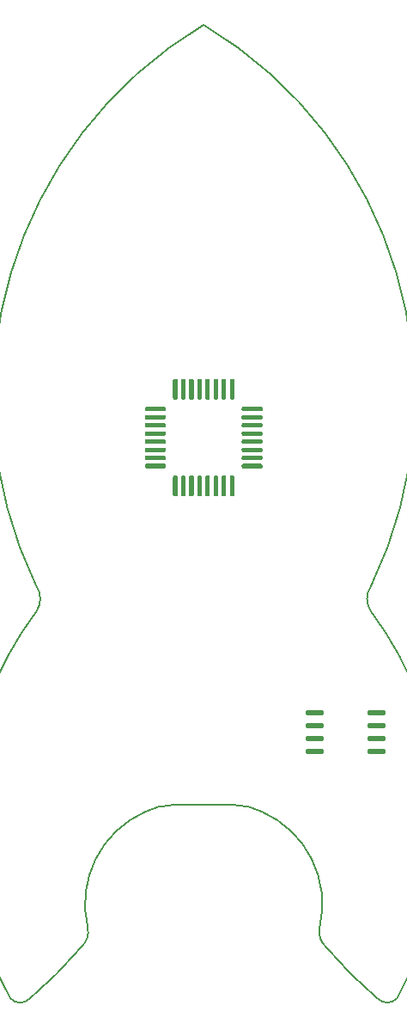
<source format=gbp>
%TF.GenerationSoftware,KiCad,Pcbnew,5.1.0*%
%TF.CreationDate,2019-05-24T21:58:45+02:00*%
%TF.ProjectId,c4-blinkenrocket,63342d62-6c69-46e6-9b65-6e726f636b65,rev?*%
%TF.SameCoordinates,PX5f5e100PY8f0d180*%
%TF.FileFunction,Paste,Bot*%
%TF.FilePolarity,Positive*%
%FSLAX46Y46*%
G04 Gerber Fmt 4.6, Leading zero omitted, Abs format (unit mm)*
G04 Created by KiCad (PCBNEW 5.1.0) date 2019-05-24 21:58:45*
%MOMM*%
%LPD*%
G04 APERTURE LIST*
%ADD10C,0.150000*%
%ADD11C,0.440000*%
%ADD12C,0.480000*%
G04 APERTURE END LIST*
D10*
X8493601Y41400284D02*
G75*
G02X8493600Y38860285I-1813748J-1269999D01*
G01*
X8493601Y38860285D02*
G75*
G03X5953600Y760285I28064427J-21005629D01*
G01*
X13573600Y7745285D02*
G75*
G02X19288600Y19175285I9668372J2309564D01*
G01*
X21828600Y19810285D02*
X28178600Y19810285D01*
X28178600Y19810285D02*
G75*
G02X30718600Y19175285I-162149J-6046100D01*
G01*
X25003600Y96645284D02*
G75*
G02X41513600Y41400285I-21889669J-36631251D01*
G01*
X41513600Y41400285D02*
G75*
G03X41513600Y38860285I1813748J-1270000D01*
G01*
X41513600Y38860284D02*
G75*
G02X44053600Y760285I-28064427J-21005628D01*
G01*
X44053599Y760285D02*
G75*
G02X42148600Y760285I-952499J922906D01*
G01*
X42148600Y760285D02*
G75*
G02X37068600Y5840285I27666882J32746882D01*
G01*
X37068600Y5840284D02*
G75*
G02X36433600Y7745285I1332279J1502427D01*
G01*
X36433601Y7745286D02*
G75*
G03X30718600Y19175285I-9668372J2309563D01*
G01*
X21828600Y19810285D02*
G75*
G03X19288600Y19175285I162150J-6046100D01*
G01*
X25003601Y96645286D02*
G75*
G03X8493600Y41400285I21889669J-36631253D01*
G01*
X5953601Y760285D02*
G75*
G03X7858600Y760285I952499J922906D01*
G01*
X12938600Y5840285D02*
G75*
G03X13573600Y7745285I-1332278J1502426D01*
G01*
X7858600Y760285D02*
G75*
G03X12938600Y5840285I-27666882J32746882D01*
G01*
G36*
X30675938Y53419364D02*
G01*
X30688752Y53417464D01*
X30701318Y53414316D01*
X30713514Y53409952D01*
X30725224Y53404414D01*
X30736335Y53397754D01*
X30746740Y53390037D01*
X30756338Y53381338D01*
X30765037Y53371740D01*
X30772754Y53361335D01*
X30779414Y53350224D01*
X30784952Y53338514D01*
X30789316Y53326318D01*
X30792464Y53313752D01*
X30794364Y53300938D01*
X30795000Y53288000D01*
X30795000Y53112000D01*
X30794364Y53099062D01*
X30792464Y53086248D01*
X30789316Y53073682D01*
X30784952Y53061486D01*
X30779414Y53049776D01*
X30772754Y53038665D01*
X30765037Y53028260D01*
X30756338Y53018662D01*
X30746740Y53009963D01*
X30736335Y53002246D01*
X30725224Y52995586D01*
X30713514Y52990048D01*
X30701318Y52985684D01*
X30688752Y52982536D01*
X30675938Y52980636D01*
X30663000Y52980000D01*
X28887000Y52980000D01*
X28874062Y52980636D01*
X28861248Y52982536D01*
X28848682Y52985684D01*
X28836486Y52990048D01*
X28824776Y52995586D01*
X28813665Y53002246D01*
X28803260Y53009963D01*
X28793662Y53018662D01*
X28784963Y53028260D01*
X28777246Y53038665D01*
X28770586Y53049776D01*
X28765048Y53061486D01*
X28760684Y53073682D01*
X28757536Y53086248D01*
X28755636Y53099062D01*
X28755000Y53112000D01*
X28755000Y53288000D01*
X28755636Y53300938D01*
X28757536Y53313752D01*
X28760684Y53326318D01*
X28765048Y53338514D01*
X28770586Y53350224D01*
X28777246Y53361335D01*
X28784963Y53371740D01*
X28793662Y53381338D01*
X28803260Y53390037D01*
X28813665Y53397754D01*
X28824776Y53404414D01*
X28836486Y53409952D01*
X28848682Y53414316D01*
X28861248Y53417464D01*
X28874062Y53419364D01*
X28887000Y53420000D01*
X30663000Y53420000D01*
X30675938Y53419364D01*
X30675938Y53419364D01*
G37*
D11*
X29775000Y53200000D03*
D10*
G36*
X21125938Y59019364D02*
G01*
X21138752Y59017464D01*
X21151318Y59014316D01*
X21163514Y59009952D01*
X21175224Y59004414D01*
X21186335Y58997754D01*
X21196740Y58990037D01*
X21206338Y58981338D01*
X21215037Y58971740D01*
X21222754Y58961335D01*
X21229414Y58950224D01*
X21234952Y58938514D01*
X21239316Y58926318D01*
X21242464Y58913752D01*
X21244364Y58900938D01*
X21245000Y58888000D01*
X21245000Y58712000D01*
X21244364Y58699062D01*
X21242464Y58686248D01*
X21239316Y58673682D01*
X21234952Y58661486D01*
X21229414Y58649776D01*
X21222754Y58638665D01*
X21215037Y58628260D01*
X21206338Y58618662D01*
X21196740Y58609963D01*
X21186335Y58602246D01*
X21175224Y58595586D01*
X21163514Y58590048D01*
X21151318Y58585684D01*
X21138752Y58582536D01*
X21125938Y58580636D01*
X21113000Y58580000D01*
X19337000Y58580000D01*
X19324062Y58580636D01*
X19311248Y58582536D01*
X19298682Y58585684D01*
X19286486Y58590048D01*
X19274776Y58595586D01*
X19263665Y58602246D01*
X19253260Y58609963D01*
X19243662Y58618662D01*
X19234963Y58628260D01*
X19227246Y58638665D01*
X19220586Y58649776D01*
X19215048Y58661486D01*
X19210684Y58673682D01*
X19207536Y58686248D01*
X19205636Y58699062D01*
X19205000Y58712000D01*
X19205000Y58888000D01*
X19205636Y58900938D01*
X19207536Y58913752D01*
X19210684Y58926318D01*
X19215048Y58938514D01*
X19220586Y58950224D01*
X19227246Y58961335D01*
X19234963Y58971740D01*
X19243662Y58981338D01*
X19253260Y58990037D01*
X19263665Y58997754D01*
X19274776Y59004414D01*
X19286486Y59009952D01*
X19298682Y59014316D01*
X19311248Y59017464D01*
X19324062Y59019364D01*
X19337000Y59020000D01*
X21113000Y59020000D01*
X21125938Y59019364D01*
X21125938Y59019364D01*
G37*
D11*
X20225000Y58800000D03*
D10*
G36*
X27900938Y61794364D02*
G01*
X27913752Y61792464D01*
X27926318Y61789316D01*
X27938514Y61784952D01*
X27950224Y61779414D01*
X27961335Y61772754D01*
X27971740Y61765037D01*
X27981338Y61756338D01*
X27990037Y61746740D01*
X27997754Y61736335D01*
X28004414Y61725224D01*
X28009952Y61713514D01*
X28014316Y61701318D01*
X28017464Y61688752D01*
X28019364Y61675938D01*
X28020000Y61663000D01*
X28020000Y59887000D01*
X28019364Y59874062D01*
X28017464Y59861248D01*
X28014316Y59848682D01*
X28009952Y59836486D01*
X28004414Y59824776D01*
X27997754Y59813665D01*
X27990037Y59803260D01*
X27981338Y59793662D01*
X27971740Y59784963D01*
X27961335Y59777246D01*
X27950224Y59770586D01*
X27938514Y59765048D01*
X27926318Y59760684D01*
X27913752Y59757536D01*
X27900938Y59755636D01*
X27888000Y59755000D01*
X27712000Y59755000D01*
X27699062Y59755636D01*
X27686248Y59757536D01*
X27673682Y59760684D01*
X27661486Y59765048D01*
X27649776Y59770586D01*
X27638665Y59777246D01*
X27628260Y59784963D01*
X27618662Y59793662D01*
X27609963Y59803260D01*
X27602246Y59813665D01*
X27595586Y59824776D01*
X27590048Y59836486D01*
X27585684Y59848682D01*
X27582536Y59861248D01*
X27580636Y59874062D01*
X27580000Y59887000D01*
X27580000Y61663000D01*
X27580636Y61675938D01*
X27582536Y61688752D01*
X27585684Y61701318D01*
X27590048Y61713514D01*
X27595586Y61725224D01*
X27602246Y61736335D01*
X27609963Y61746740D01*
X27618662Y61756338D01*
X27628260Y61765037D01*
X27638665Y61772754D01*
X27649776Y61779414D01*
X27661486Y61784952D01*
X27673682Y61789316D01*
X27686248Y61792464D01*
X27699062Y61794364D01*
X27712000Y61795000D01*
X27888000Y61795000D01*
X27900938Y61794364D01*
X27900938Y61794364D01*
G37*
D11*
X27800000Y60775000D03*
D10*
G36*
X22300938Y52244364D02*
G01*
X22313752Y52242464D01*
X22326318Y52239316D01*
X22338514Y52234952D01*
X22350224Y52229414D01*
X22361335Y52222754D01*
X22371740Y52215037D01*
X22381338Y52206338D01*
X22390037Y52196740D01*
X22397754Y52186335D01*
X22404414Y52175224D01*
X22409952Y52163514D01*
X22414316Y52151318D01*
X22417464Y52138752D01*
X22419364Y52125938D01*
X22420000Y52113000D01*
X22420000Y50337000D01*
X22419364Y50324062D01*
X22417464Y50311248D01*
X22414316Y50298682D01*
X22409952Y50286486D01*
X22404414Y50274776D01*
X22397754Y50263665D01*
X22390037Y50253260D01*
X22381338Y50243662D01*
X22371740Y50234963D01*
X22361335Y50227246D01*
X22350224Y50220586D01*
X22338514Y50215048D01*
X22326318Y50210684D01*
X22313752Y50207536D01*
X22300938Y50205636D01*
X22288000Y50205000D01*
X22112000Y50205000D01*
X22099062Y50205636D01*
X22086248Y50207536D01*
X22073682Y50210684D01*
X22061486Y50215048D01*
X22049776Y50220586D01*
X22038665Y50227246D01*
X22028260Y50234963D01*
X22018662Y50243662D01*
X22009963Y50253260D01*
X22002246Y50263665D01*
X21995586Y50274776D01*
X21990048Y50286486D01*
X21985684Y50298682D01*
X21982536Y50311248D01*
X21980636Y50324062D01*
X21980000Y50337000D01*
X21980000Y52113000D01*
X21980636Y52125938D01*
X21982536Y52138752D01*
X21985684Y52151318D01*
X21990048Y52163514D01*
X21995586Y52175224D01*
X22002246Y52186335D01*
X22009963Y52196740D01*
X22018662Y52206338D01*
X22028260Y52215037D01*
X22038665Y52222754D01*
X22049776Y52229414D01*
X22061486Y52234952D01*
X22073682Y52239316D01*
X22086248Y52242464D01*
X22099062Y52244364D01*
X22112000Y52245000D01*
X22288000Y52245000D01*
X22300938Y52244364D01*
X22300938Y52244364D01*
G37*
D11*
X22200000Y51225000D03*
D10*
G36*
X30675938Y54219364D02*
G01*
X30688752Y54217464D01*
X30701318Y54214316D01*
X30713514Y54209952D01*
X30725224Y54204414D01*
X30736335Y54197754D01*
X30746740Y54190037D01*
X30756338Y54181338D01*
X30765037Y54171740D01*
X30772754Y54161335D01*
X30779414Y54150224D01*
X30784952Y54138514D01*
X30789316Y54126318D01*
X30792464Y54113752D01*
X30794364Y54100938D01*
X30795000Y54088000D01*
X30795000Y53912000D01*
X30794364Y53899062D01*
X30792464Y53886248D01*
X30789316Y53873682D01*
X30784952Y53861486D01*
X30779414Y53849776D01*
X30772754Y53838665D01*
X30765037Y53828260D01*
X30756338Y53818662D01*
X30746740Y53809963D01*
X30736335Y53802246D01*
X30725224Y53795586D01*
X30713514Y53790048D01*
X30701318Y53785684D01*
X30688752Y53782536D01*
X30675938Y53780636D01*
X30663000Y53780000D01*
X28887000Y53780000D01*
X28874062Y53780636D01*
X28861248Y53782536D01*
X28848682Y53785684D01*
X28836486Y53790048D01*
X28824776Y53795586D01*
X28813665Y53802246D01*
X28803260Y53809963D01*
X28793662Y53818662D01*
X28784963Y53828260D01*
X28777246Y53838665D01*
X28770586Y53849776D01*
X28765048Y53861486D01*
X28760684Y53873682D01*
X28757536Y53886248D01*
X28755636Y53899062D01*
X28755000Y53912000D01*
X28755000Y54088000D01*
X28755636Y54100938D01*
X28757536Y54113752D01*
X28760684Y54126318D01*
X28765048Y54138514D01*
X28770586Y54150224D01*
X28777246Y54161335D01*
X28784963Y54171740D01*
X28793662Y54181338D01*
X28803260Y54190037D01*
X28813665Y54197754D01*
X28824776Y54204414D01*
X28836486Y54209952D01*
X28848682Y54214316D01*
X28861248Y54217464D01*
X28874062Y54219364D01*
X28887000Y54220000D01*
X30663000Y54220000D01*
X30675938Y54219364D01*
X30675938Y54219364D01*
G37*
D11*
X29775000Y54000000D03*
D10*
G36*
X21125938Y58219364D02*
G01*
X21138752Y58217464D01*
X21151318Y58214316D01*
X21163514Y58209952D01*
X21175224Y58204414D01*
X21186335Y58197754D01*
X21196740Y58190037D01*
X21206338Y58181338D01*
X21215037Y58171740D01*
X21222754Y58161335D01*
X21229414Y58150224D01*
X21234952Y58138514D01*
X21239316Y58126318D01*
X21242464Y58113752D01*
X21244364Y58100938D01*
X21245000Y58088000D01*
X21245000Y57912000D01*
X21244364Y57899062D01*
X21242464Y57886248D01*
X21239316Y57873682D01*
X21234952Y57861486D01*
X21229414Y57849776D01*
X21222754Y57838665D01*
X21215037Y57828260D01*
X21206338Y57818662D01*
X21196740Y57809963D01*
X21186335Y57802246D01*
X21175224Y57795586D01*
X21163514Y57790048D01*
X21151318Y57785684D01*
X21138752Y57782536D01*
X21125938Y57780636D01*
X21113000Y57780000D01*
X19337000Y57780000D01*
X19324062Y57780636D01*
X19311248Y57782536D01*
X19298682Y57785684D01*
X19286486Y57790048D01*
X19274776Y57795586D01*
X19263665Y57802246D01*
X19253260Y57809963D01*
X19243662Y57818662D01*
X19234963Y57828260D01*
X19227246Y57838665D01*
X19220586Y57849776D01*
X19215048Y57861486D01*
X19210684Y57873682D01*
X19207536Y57886248D01*
X19205636Y57899062D01*
X19205000Y57912000D01*
X19205000Y58088000D01*
X19205636Y58100938D01*
X19207536Y58113752D01*
X19210684Y58126318D01*
X19215048Y58138514D01*
X19220586Y58150224D01*
X19227246Y58161335D01*
X19234963Y58171740D01*
X19243662Y58181338D01*
X19253260Y58190037D01*
X19263665Y58197754D01*
X19274776Y58204414D01*
X19286486Y58209952D01*
X19298682Y58214316D01*
X19311248Y58217464D01*
X19324062Y58219364D01*
X19337000Y58220000D01*
X21113000Y58220000D01*
X21125938Y58219364D01*
X21125938Y58219364D01*
G37*
D11*
X20225000Y58000000D03*
D10*
G36*
X27100938Y61794364D02*
G01*
X27113752Y61792464D01*
X27126318Y61789316D01*
X27138514Y61784952D01*
X27150224Y61779414D01*
X27161335Y61772754D01*
X27171740Y61765037D01*
X27181338Y61756338D01*
X27190037Y61746740D01*
X27197754Y61736335D01*
X27204414Y61725224D01*
X27209952Y61713514D01*
X27214316Y61701318D01*
X27217464Y61688752D01*
X27219364Y61675938D01*
X27220000Y61663000D01*
X27220000Y59887000D01*
X27219364Y59874062D01*
X27217464Y59861248D01*
X27214316Y59848682D01*
X27209952Y59836486D01*
X27204414Y59824776D01*
X27197754Y59813665D01*
X27190037Y59803260D01*
X27181338Y59793662D01*
X27171740Y59784963D01*
X27161335Y59777246D01*
X27150224Y59770586D01*
X27138514Y59765048D01*
X27126318Y59760684D01*
X27113752Y59757536D01*
X27100938Y59755636D01*
X27088000Y59755000D01*
X26912000Y59755000D01*
X26899062Y59755636D01*
X26886248Y59757536D01*
X26873682Y59760684D01*
X26861486Y59765048D01*
X26849776Y59770586D01*
X26838665Y59777246D01*
X26828260Y59784963D01*
X26818662Y59793662D01*
X26809963Y59803260D01*
X26802246Y59813665D01*
X26795586Y59824776D01*
X26790048Y59836486D01*
X26785684Y59848682D01*
X26782536Y59861248D01*
X26780636Y59874062D01*
X26780000Y59887000D01*
X26780000Y61663000D01*
X26780636Y61675938D01*
X26782536Y61688752D01*
X26785684Y61701318D01*
X26790048Y61713514D01*
X26795586Y61725224D01*
X26802246Y61736335D01*
X26809963Y61746740D01*
X26818662Y61756338D01*
X26828260Y61765037D01*
X26838665Y61772754D01*
X26849776Y61779414D01*
X26861486Y61784952D01*
X26873682Y61789316D01*
X26886248Y61792464D01*
X26899062Y61794364D01*
X26912000Y61795000D01*
X27088000Y61795000D01*
X27100938Y61794364D01*
X27100938Y61794364D01*
G37*
D11*
X27000000Y60775000D03*
D10*
G36*
X23100938Y52244364D02*
G01*
X23113752Y52242464D01*
X23126318Y52239316D01*
X23138514Y52234952D01*
X23150224Y52229414D01*
X23161335Y52222754D01*
X23171740Y52215037D01*
X23181338Y52206338D01*
X23190037Y52196740D01*
X23197754Y52186335D01*
X23204414Y52175224D01*
X23209952Y52163514D01*
X23214316Y52151318D01*
X23217464Y52138752D01*
X23219364Y52125938D01*
X23220000Y52113000D01*
X23220000Y50337000D01*
X23219364Y50324062D01*
X23217464Y50311248D01*
X23214316Y50298682D01*
X23209952Y50286486D01*
X23204414Y50274776D01*
X23197754Y50263665D01*
X23190037Y50253260D01*
X23181338Y50243662D01*
X23171740Y50234963D01*
X23161335Y50227246D01*
X23150224Y50220586D01*
X23138514Y50215048D01*
X23126318Y50210684D01*
X23113752Y50207536D01*
X23100938Y50205636D01*
X23088000Y50205000D01*
X22912000Y50205000D01*
X22899062Y50205636D01*
X22886248Y50207536D01*
X22873682Y50210684D01*
X22861486Y50215048D01*
X22849776Y50220586D01*
X22838665Y50227246D01*
X22828260Y50234963D01*
X22818662Y50243662D01*
X22809963Y50253260D01*
X22802246Y50263665D01*
X22795586Y50274776D01*
X22790048Y50286486D01*
X22785684Y50298682D01*
X22782536Y50311248D01*
X22780636Y50324062D01*
X22780000Y50337000D01*
X22780000Y52113000D01*
X22780636Y52125938D01*
X22782536Y52138752D01*
X22785684Y52151318D01*
X22790048Y52163514D01*
X22795586Y52175224D01*
X22802246Y52186335D01*
X22809963Y52196740D01*
X22818662Y52206338D01*
X22828260Y52215037D01*
X22838665Y52222754D01*
X22849776Y52229414D01*
X22861486Y52234952D01*
X22873682Y52239316D01*
X22886248Y52242464D01*
X22899062Y52244364D01*
X22912000Y52245000D01*
X23088000Y52245000D01*
X23100938Y52244364D01*
X23100938Y52244364D01*
G37*
D11*
X23000000Y51225000D03*
D10*
G36*
X30675938Y55019364D02*
G01*
X30688752Y55017464D01*
X30701318Y55014316D01*
X30713514Y55009952D01*
X30725224Y55004414D01*
X30736335Y54997754D01*
X30746740Y54990037D01*
X30756338Y54981338D01*
X30765037Y54971740D01*
X30772754Y54961335D01*
X30779414Y54950224D01*
X30784952Y54938514D01*
X30789316Y54926318D01*
X30792464Y54913752D01*
X30794364Y54900938D01*
X30795000Y54888000D01*
X30795000Y54712000D01*
X30794364Y54699062D01*
X30792464Y54686248D01*
X30789316Y54673682D01*
X30784952Y54661486D01*
X30779414Y54649776D01*
X30772754Y54638665D01*
X30765037Y54628260D01*
X30756338Y54618662D01*
X30746740Y54609963D01*
X30736335Y54602246D01*
X30725224Y54595586D01*
X30713514Y54590048D01*
X30701318Y54585684D01*
X30688752Y54582536D01*
X30675938Y54580636D01*
X30663000Y54580000D01*
X28887000Y54580000D01*
X28874062Y54580636D01*
X28861248Y54582536D01*
X28848682Y54585684D01*
X28836486Y54590048D01*
X28824776Y54595586D01*
X28813665Y54602246D01*
X28803260Y54609963D01*
X28793662Y54618662D01*
X28784963Y54628260D01*
X28777246Y54638665D01*
X28770586Y54649776D01*
X28765048Y54661486D01*
X28760684Y54673682D01*
X28757536Y54686248D01*
X28755636Y54699062D01*
X28755000Y54712000D01*
X28755000Y54888000D01*
X28755636Y54900938D01*
X28757536Y54913752D01*
X28760684Y54926318D01*
X28765048Y54938514D01*
X28770586Y54950224D01*
X28777246Y54961335D01*
X28784963Y54971740D01*
X28793662Y54981338D01*
X28803260Y54990037D01*
X28813665Y54997754D01*
X28824776Y55004414D01*
X28836486Y55009952D01*
X28848682Y55014316D01*
X28861248Y55017464D01*
X28874062Y55019364D01*
X28887000Y55020000D01*
X30663000Y55020000D01*
X30675938Y55019364D01*
X30675938Y55019364D01*
G37*
D11*
X29775000Y54800000D03*
D10*
G36*
X21125938Y57419364D02*
G01*
X21138752Y57417464D01*
X21151318Y57414316D01*
X21163514Y57409952D01*
X21175224Y57404414D01*
X21186335Y57397754D01*
X21196740Y57390037D01*
X21206338Y57381338D01*
X21215037Y57371740D01*
X21222754Y57361335D01*
X21229414Y57350224D01*
X21234952Y57338514D01*
X21239316Y57326318D01*
X21242464Y57313752D01*
X21244364Y57300938D01*
X21245000Y57288000D01*
X21245000Y57112000D01*
X21244364Y57099062D01*
X21242464Y57086248D01*
X21239316Y57073682D01*
X21234952Y57061486D01*
X21229414Y57049776D01*
X21222754Y57038665D01*
X21215037Y57028260D01*
X21206338Y57018662D01*
X21196740Y57009963D01*
X21186335Y57002246D01*
X21175224Y56995586D01*
X21163514Y56990048D01*
X21151318Y56985684D01*
X21138752Y56982536D01*
X21125938Y56980636D01*
X21113000Y56980000D01*
X19337000Y56980000D01*
X19324062Y56980636D01*
X19311248Y56982536D01*
X19298682Y56985684D01*
X19286486Y56990048D01*
X19274776Y56995586D01*
X19263665Y57002246D01*
X19253260Y57009963D01*
X19243662Y57018662D01*
X19234963Y57028260D01*
X19227246Y57038665D01*
X19220586Y57049776D01*
X19215048Y57061486D01*
X19210684Y57073682D01*
X19207536Y57086248D01*
X19205636Y57099062D01*
X19205000Y57112000D01*
X19205000Y57288000D01*
X19205636Y57300938D01*
X19207536Y57313752D01*
X19210684Y57326318D01*
X19215048Y57338514D01*
X19220586Y57350224D01*
X19227246Y57361335D01*
X19234963Y57371740D01*
X19243662Y57381338D01*
X19253260Y57390037D01*
X19263665Y57397754D01*
X19274776Y57404414D01*
X19286486Y57409952D01*
X19298682Y57414316D01*
X19311248Y57417464D01*
X19324062Y57419364D01*
X19337000Y57420000D01*
X21113000Y57420000D01*
X21125938Y57419364D01*
X21125938Y57419364D01*
G37*
D11*
X20225000Y57200000D03*
D10*
G36*
X26300938Y61794364D02*
G01*
X26313752Y61792464D01*
X26326318Y61789316D01*
X26338514Y61784952D01*
X26350224Y61779414D01*
X26361335Y61772754D01*
X26371740Y61765037D01*
X26381338Y61756338D01*
X26390037Y61746740D01*
X26397754Y61736335D01*
X26404414Y61725224D01*
X26409952Y61713514D01*
X26414316Y61701318D01*
X26417464Y61688752D01*
X26419364Y61675938D01*
X26420000Y61663000D01*
X26420000Y59887000D01*
X26419364Y59874062D01*
X26417464Y59861248D01*
X26414316Y59848682D01*
X26409952Y59836486D01*
X26404414Y59824776D01*
X26397754Y59813665D01*
X26390037Y59803260D01*
X26381338Y59793662D01*
X26371740Y59784963D01*
X26361335Y59777246D01*
X26350224Y59770586D01*
X26338514Y59765048D01*
X26326318Y59760684D01*
X26313752Y59757536D01*
X26300938Y59755636D01*
X26288000Y59755000D01*
X26112000Y59755000D01*
X26099062Y59755636D01*
X26086248Y59757536D01*
X26073682Y59760684D01*
X26061486Y59765048D01*
X26049776Y59770586D01*
X26038665Y59777246D01*
X26028260Y59784963D01*
X26018662Y59793662D01*
X26009963Y59803260D01*
X26002246Y59813665D01*
X25995586Y59824776D01*
X25990048Y59836486D01*
X25985684Y59848682D01*
X25982536Y59861248D01*
X25980636Y59874062D01*
X25980000Y59887000D01*
X25980000Y61663000D01*
X25980636Y61675938D01*
X25982536Y61688752D01*
X25985684Y61701318D01*
X25990048Y61713514D01*
X25995586Y61725224D01*
X26002246Y61736335D01*
X26009963Y61746740D01*
X26018662Y61756338D01*
X26028260Y61765037D01*
X26038665Y61772754D01*
X26049776Y61779414D01*
X26061486Y61784952D01*
X26073682Y61789316D01*
X26086248Y61792464D01*
X26099062Y61794364D01*
X26112000Y61795000D01*
X26288000Y61795000D01*
X26300938Y61794364D01*
X26300938Y61794364D01*
G37*
D11*
X26200000Y60775000D03*
D10*
G36*
X23900938Y52244364D02*
G01*
X23913752Y52242464D01*
X23926318Y52239316D01*
X23938514Y52234952D01*
X23950224Y52229414D01*
X23961335Y52222754D01*
X23971740Y52215037D01*
X23981338Y52206338D01*
X23990037Y52196740D01*
X23997754Y52186335D01*
X24004414Y52175224D01*
X24009952Y52163514D01*
X24014316Y52151318D01*
X24017464Y52138752D01*
X24019364Y52125938D01*
X24020000Y52113000D01*
X24020000Y50337000D01*
X24019364Y50324062D01*
X24017464Y50311248D01*
X24014316Y50298682D01*
X24009952Y50286486D01*
X24004414Y50274776D01*
X23997754Y50263665D01*
X23990037Y50253260D01*
X23981338Y50243662D01*
X23971740Y50234963D01*
X23961335Y50227246D01*
X23950224Y50220586D01*
X23938514Y50215048D01*
X23926318Y50210684D01*
X23913752Y50207536D01*
X23900938Y50205636D01*
X23888000Y50205000D01*
X23712000Y50205000D01*
X23699062Y50205636D01*
X23686248Y50207536D01*
X23673682Y50210684D01*
X23661486Y50215048D01*
X23649776Y50220586D01*
X23638665Y50227246D01*
X23628260Y50234963D01*
X23618662Y50243662D01*
X23609963Y50253260D01*
X23602246Y50263665D01*
X23595586Y50274776D01*
X23590048Y50286486D01*
X23585684Y50298682D01*
X23582536Y50311248D01*
X23580636Y50324062D01*
X23580000Y50337000D01*
X23580000Y52113000D01*
X23580636Y52125938D01*
X23582536Y52138752D01*
X23585684Y52151318D01*
X23590048Y52163514D01*
X23595586Y52175224D01*
X23602246Y52186335D01*
X23609963Y52196740D01*
X23618662Y52206338D01*
X23628260Y52215037D01*
X23638665Y52222754D01*
X23649776Y52229414D01*
X23661486Y52234952D01*
X23673682Y52239316D01*
X23686248Y52242464D01*
X23699062Y52244364D01*
X23712000Y52245000D01*
X23888000Y52245000D01*
X23900938Y52244364D01*
X23900938Y52244364D01*
G37*
D11*
X23800000Y51225000D03*
D10*
G36*
X30675938Y55819364D02*
G01*
X30688752Y55817464D01*
X30701318Y55814316D01*
X30713514Y55809952D01*
X30725224Y55804414D01*
X30736335Y55797754D01*
X30746740Y55790037D01*
X30756338Y55781338D01*
X30765037Y55771740D01*
X30772754Y55761335D01*
X30779414Y55750224D01*
X30784952Y55738514D01*
X30789316Y55726318D01*
X30792464Y55713752D01*
X30794364Y55700938D01*
X30795000Y55688000D01*
X30795000Y55512000D01*
X30794364Y55499062D01*
X30792464Y55486248D01*
X30789316Y55473682D01*
X30784952Y55461486D01*
X30779414Y55449776D01*
X30772754Y55438665D01*
X30765037Y55428260D01*
X30756338Y55418662D01*
X30746740Y55409963D01*
X30736335Y55402246D01*
X30725224Y55395586D01*
X30713514Y55390048D01*
X30701318Y55385684D01*
X30688752Y55382536D01*
X30675938Y55380636D01*
X30663000Y55380000D01*
X28887000Y55380000D01*
X28874062Y55380636D01*
X28861248Y55382536D01*
X28848682Y55385684D01*
X28836486Y55390048D01*
X28824776Y55395586D01*
X28813665Y55402246D01*
X28803260Y55409963D01*
X28793662Y55418662D01*
X28784963Y55428260D01*
X28777246Y55438665D01*
X28770586Y55449776D01*
X28765048Y55461486D01*
X28760684Y55473682D01*
X28757536Y55486248D01*
X28755636Y55499062D01*
X28755000Y55512000D01*
X28755000Y55688000D01*
X28755636Y55700938D01*
X28757536Y55713752D01*
X28760684Y55726318D01*
X28765048Y55738514D01*
X28770586Y55750224D01*
X28777246Y55761335D01*
X28784963Y55771740D01*
X28793662Y55781338D01*
X28803260Y55790037D01*
X28813665Y55797754D01*
X28824776Y55804414D01*
X28836486Y55809952D01*
X28848682Y55814316D01*
X28861248Y55817464D01*
X28874062Y55819364D01*
X28887000Y55820000D01*
X30663000Y55820000D01*
X30675938Y55819364D01*
X30675938Y55819364D01*
G37*
D11*
X29775000Y55600000D03*
D10*
G36*
X21125938Y56619364D02*
G01*
X21138752Y56617464D01*
X21151318Y56614316D01*
X21163514Y56609952D01*
X21175224Y56604414D01*
X21186335Y56597754D01*
X21196740Y56590037D01*
X21206338Y56581338D01*
X21215037Y56571740D01*
X21222754Y56561335D01*
X21229414Y56550224D01*
X21234952Y56538514D01*
X21239316Y56526318D01*
X21242464Y56513752D01*
X21244364Y56500938D01*
X21245000Y56488000D01*
X21245000Y56312000D01*
X21244364Y56299062D01*
X21242464Y56286248D01*
X21239316Y56273682D01*
X21234952Y56261486D01*
X21229414Y56249776D01*
X21222754Y56238665D01*
X21215037Y56228260D01*
X21206338Y56218662D01*
X21196740Y56209963D01*
X21186335Y56202246D01*
X21175224Y56195586D01*
X21163514Y56190048D01*
X21151318Y56185684D01*
X21138752Y56182536D01*
X21125938Y56180636D01*
X21113000Y56180000D01*
X19337000Y56180000D01*
X19324062Y56180636D01*
X19311248Y56182536D01*
X19298682Y56185684D01*
X19286486Y56190048D01*
X19274776Y56195586D01*
X19263665Y56202246D01*
X19253260Y56209963D01*
X19243662Y56218662D01*
X19234963Y56228260D01*
X19227246Y56238665D01*
X19220586Y56249776D01*
X19215048Y56261486D01*
X19210684Y56273682D01*
X19207536Y56286248D01*
X19205636Y56299062D01*
X19205000Y56312000D01*
X19205000Y56488000D01*
X19205636Y56500938D01*
X19207536Y56513752D01*
X19210684Y56526318D01*
X19215048Y56538514D01*
X19220586Y56550224D01*
X19227246Y56561335D01*
X19234963Y56571740D01*
X19243662Y56581338D01*
X19253260Y56590037D01*
X19263665Y56597754D01*
X19274776Y56604414D01*
X19286486Y56609952D01*
X19298682Y56614316D01*
X19311248Y56617464D01*
X19324062Y56619364D01*
X19337000Y56620000D01*
X21113000Y56620000D01*
X21125938Y56619364D01*
X21125938Y56619364D01*
G37*
D11*
X20225000Y56400000D03*
D10*
G36*
X25500938Y61794364D02*
G01*
X25513752Y61792464D01*
X25526318Y61789316D01*
X25538514Y61784952D01*
X25550224Y61779414D01*
X25561335Y61772754D01*
X25571740Y61765037D01*
X25581338Y61756338D01*
X25590037Y61746740D01*
X25597754Y61736335D01*
X25604414Y61725224D01*
X25609952Y61713514D01*
X25614316Y61701318D01*
X25617464Y61688752D01*
X25619364Y61675938D01*
X25620000Y61663000D01*
X25620000Y59887000D01*
X25619364Y59874062D01*
X25617464Y59861248D01*
X25614316Y59848682D01*
X25609952Y59836486D01*
X25604414Y59824776D01*
X25597754Y59813665D01*
X25590037Y59803260D01*
X25581338Y59793662D01*
X25571740Y59784963D01*
X25561335Y59777246D01*
X25550224Y59770586D01*
X25538514Y59765048D01*
X25526318Y59760684D01*
X25513752Y59757536D01*
X25500938Y59755636D01*
X25488000Y59755000D01*
X25312000Y59755000D01*
X25299062Y59755636D01*
X25286248Y59757536D01*
X25273682Y59760684D01*
X25261486Y59765048D01*
X25249776Y59770586D01*
X25238665Y59777246D01*
X25228260Y59784963D01*
X25218662Y59793662D01*
X25209963Y59803260D01*
X25202246Y59813665D01*
X25195586Y59824776D01*
X25190048Y59836486D01*
X25185684Y59848682D01*
X25182536Y59861248D01*
X25180636Y59874062D01*
X25180000Y59887000D01*
X25180000Y61663000D01*
X25180636Y61675938D01*
X25182536Y61688752D01*
X25185684Y61701318D01*
X25190048Y61713514D01*
X25195586Y61725224D01*
X25202246Y61736335D01*
X25209963Y61746740D01*
X25218662Y61756338D01*
X25228260Y61765037D01*
X25238665Y61772754D01*
X25249776Y61779414D01*
X25261486Y61784952D01*
X25273682Y61789316D01*
X25286248Y61792464D01*
X25299062Y61794364D01*
X25312000Y61795000D01*
X25488000Y61795000D01*
X25500938Y61794364D01*
X25500938Y61794364D01*
G37*
D11*
X25400000Y60775000D03*
D10*
G36*
X24700938Y52244364D02*
G01*
X24713752Y52242464D01*
X24726318Y52239316D01*
X24738514Y52234952D01*
X24750224Y52229414D01*
X24761335Y52222754D01*
X24771740Y52215037D01*
X24781338Y52206338D01*
X24790037Y52196740D01*
X24797754Y52186335D01*
X24804414Y52175224D01*
X24809952Y52163514D01*
X24814316Y52151318D01*
X24817464Y52138752D01*
X24819364Y52125938D01*
X24820000Y52113000D01*
X24820000Y50337000D01*
X24819364Y50324062D01*
X24817464Y50311248D01*
X24814316Y50298682D01*
X24809952Y50286486D01*
X24804414Y50274776D01*
X24797754Y50263665D01*
X24790037Y50253260D01*
X24781338Y50243662D01*
X24771740Y50234963D01*
X24761335Y50227246D01*
X24750224Y50220586D01*
X24738514Y50215048D01*
X24726318Y50210684D01*
X24713752Y50207536D01*
X24700938Y50205636D01*
X24688000Y50205000D01*
X24512000Y50205000D01*
X24499062Y50205636D01*
X24486248Y50207536D01*
X24473682Y50210684D01*
X24461486Y50215048D01*
X24449776Y50220586D01*
X24438665Y50227246D01*
X24428260Y50234963D01*
X24418662Y50243662D01*
X24409963Y50253260D01*
X24402246Y50263665D01*
X24395586Y50274776D01*
X24390048Y50286486D01*
X24385684Y50298682D01*
X24382536Y50311248D01*
X24380636Y50324062D01*
X24380000Y50337000D01*
X24380000Y52113000D01*
X24380636Y52125938D01*
X24382536Y52138752D01*
X24385684Y52151318D01*
X24390048Y52163514D01*
X24395586Y52175224D01*
X24402246Y52186335D01*
X24409963Y52196740D01*
X24418662Y52206338D01*
X24428260Y52215037D01*
X24438665Y52222754D01*
X24449776Y52229414D01*
X24461486Y52234952D01*
X24473682Y52239316D01*
X24486248Y52242464D01*
X24499062Y52244364D01*
X24512000Y52245000D01*
X24688000Y52245000D01*
X24700938Y52244364D01*
X24700938Y52244364D01*
G37*
D11*
X24600000Y51225000D03*
D10*
G36*
X30675938Y56619364D02*
G01*
X30688752Y56617464D01*
X30701318Y56614316D01*
X30713514Y56609952D01*
X30725224Y56604414D01*
X30736335Y56597754D01*
X30746740Y56590037D01*
X30756338Y56581338D01*
X30765037Y56571740D01*
X30772754Y56561335D01*
X30779414Y56550224D01*
X30784952Y56538514D01*
X30789316Y56526318D01*
X30792464Y56513752D01*
X30794364Y56500938D01*
X30795000Y56488000D01*
X30795000Y56312000D01*
X30794364Y56299062D01*
X30792464Y56286248D01*
X30789316Y56273682D01*
X30784952Y56261486D01*
X30779414Y56249776D01*
X30772754Y56238665D01*
X30765037Y56228260D01*
X30756338Y56218662D01*
X30746740Y56209963D01*
X30736335Y56202246D01*
X30725224Y56195586D01*
X30713514Y56190048D01*
X30701318Y56185684D01*
X30688752Y56182536D01*
X30675938Y56180636D01*
X30663000Y56180000D01*
X28887000Y56180000D01*
X28874062Y56180636D01*
X28861248Y56182536D01*
X28848682Y56185684D01*
X28836486Y56190048D01*
X28824776Y56195586D01*
X28813665Y56202246D01*
X28803260Y56209963D01*
X28793662Y56218662D01*
X28784963Y56228260D01*
X28777246Y56238665D01*
X28770586Y56249776D01*
X28765048Y56261486D01*
X28760684Y56273682D01*
X28757536Y56286248D01*
X28755636Y56299062D01*
X28755000Y56312000D01*
X28755000Y56488000D01*
X28755636Y56500938D01*
X28757536Y56513752D01*
X28760684Y56526318D01*
X28765048Y56538514D01*
X28770586Y56550224D01*
X28777246Y56561335D01*
X28784963Y56571740D01*
X28793662Y56581338D01*
X28803260Y56590037D01*
X28813665Y56597754D01*
X28824776Y56604414D01*
X28836486Y56609952D01*
X28848682Y56614316D01*
X28861248Y56617464D01*
X28874062Y56619364D01*
X28887000Y56620000D01*
X30663000Y56620000D01*
X30675938Y56619364D01*
X30675938Y56619364D01*
G37*
D11*
X29775000Y56400000D03*
D10*
G36*
X21125938Y55819364D02*
G01*
X21138752Y55817464D01*
X21151318Y55814316D01*
X21163514Y55809952D01*
X21175224Y55804414D01*
X21186335Y55797754D01*
X21196740Y55790037D01*
X21206338Y55781338D01*
X21215037Y55771740D01*
X21222754Y55761335D01*
X21229414Y55750224D01*
X21234952Y55738514D01*
X21239316Y55726318D01*
X21242464Y55713752D01*
X21244364Y55700938D01*
X21245000Y55688000D01*
X21245000Y55512000D01*
X21244364Y55499062D01*
X21242464Y55486248D01*
X21239316Y55473682D01*
X21234952Y55461486D01*
X21229414Y55449776D01*
X21222754Y55438665D01*
X21215037Y55428260D01*
X21206338Y55418662D01*
X21196740Y55409963D01*
X21186335Y55402246D01*
X21175224Y55395586D01*
X21163514Y55390048D01*
X21151318Y55385684D01*
X21138752Y55382536D01*
X21125938Y55380636D01*
X21113000Y55380000D01*
X19337000Y55380000D01*
X19324062Y55380636D01*
X19311248Y55382536D01*
X19298682Y55385684D01*
X19286486Y55390048D01*
X19274776Y55395586D01*
X19263665Y55402246D01*
X19253260Y55409963D01*
X19243662Y55418662D01*
X19234963Y55428260D01*
X19227246Y55438665D01*
X19220586Y55449776D01*
X19215048Y55461486D01*
X19210684Y55473682D01*
X19207536Y55486248D01*
X19205636Y55499062D01*
X19205000Y55512000D01*
X19205000Y55688000D01*
X19205636Y55700938D01*
X19207536Y55713752D01*
X19210684Y55726318D01*
X19215048Y55738514D01*
X19220586Y55750224D01*
X19227246Y55761335D01*
X19234963Y55771740D01*
X19243662Y55781338D01*
X19253260Y55790037D01*
X19263665Y55797754D01*
X19274776Y55804414D01*
X19286486Y55809952D01*
X19298682Y55814316D01*
X19311248Y55817464D01*
X19324062Y55819364D01*
X19337000Y55820000D01*
X21113000Y55820000D01*
X21125938Y55819364D01*
X21125938Y55819364D01*
G37*
D11*
X20225000Y55600000D03*
D10*
G36*
X24700938Y61794364D02*
G01*
X24713752Y61792464D01*
X24726318Y61789316D01*
X24738514Y61784952D01*
X24750224Y61779414D01*
X24761335Y61772754D01*
X24771740Y61765037D01*
X24781338Y61756338D01*
X24790037Y61746740D01*
X24797754Y61736335D01*
X24804414Y61725224D01*
X24809952Y61713514D01*
X24814316Y61701318D01*
X24817464Y61688752D01*
X24819364Y61675938D01*
X24820000Y61663000D01*
X24820000Y59887000D01*
X24819364Y59874062D01*
X24817464Y59861248D01*
X24814316Y59848682D01*
X24809952Y59836486D01*
X24804414Y59824776D01*
X24797754Y59813665D01*
X24790037Y59803260D01*
X24781338Y59793662D01*
X24771740Y59784963D01*
X24761335Y59777246D01*
X24750224Y59770586D01*
X24738514Y59765048D01*
X24726318Y59760684D01*
X24713752Y59757536D01*
X24700938Y59755636D01*
X24688000Y59755000D01*
X24512000Y59755000D01*
X24499062Y59755636D01*
X24486248Y59757536D01*
X24473682Y59760684D01*
X24461486Y59765048D01*
X24449776Y59770586D01*
X24438665Y59777246D01*
X24428260Y59784963D01*
X24418662Y59793662D01*
X24409963Y59803260D01*
X24402246Y59813665D01*
X24395586Y59824776D01*
X24390048Y59836486D01*
X24385684Y59848682D01*
X24382536Y59861248D01*
X24380636Y59874062D01*
X24380000Y59887000D01*
X24380000Y61663000D01*
X24380636Y61675938D01*
X24382536Y61688752D01*
X24385684Y61701318D01*
X24390048Y61713514D01*
X24395586Y61725224D01*
X24402246Y61736335D01*
X24409963Y61746740D01*
X24418662Y61756338D01*
X24428260Y61765037D01*
X24438665Y61772754D01*
X24449776Y61779414D01*
X24461486Y61784952D01*
X24473682Y61789316D01*
X24486248Y61792464D01*
X24499062Y61794364D01*
X24512000Y61795000D01*
X24688000Y61795000D01*
X24700938Y61794364D01*
X24700938Y61794364D01*
G37*
D11*
X24600000Y60775000D03*
D10*
G36*
X25500938Y52244364D02*
G01*
X25513752Y52242464D01*
X25526318Y52239316D01*
X25538514Y52234952D01*
X25550224Y52229414D01*
X25561335Y52222754D01*
X25571740Y52215037D01*
X25581338Y52206338D01*
X25590037Y52196740D01*
X25597754Y52186335D01*
X25604414Y52175224D01*
X25609952Y52163514D01*
X25614316Y52151318D01*
X25617464Y52138752D01*
X25619364Y52125938D01*
X25620000Y52113000D01*
X25620000Y50337000D01*
X25619364Y50324062D01*
X25617464Y50311248D01*
X25614316Y50298682D01*
X25609952Y50286486D01*
X25604414Y50274776D01*
X25597754Y50263665D01*
X25590037Y50253260D01*
X25581338Y50243662D01*
X25571740Y50234963D01*
X25561335Y50227246D01*
X25550224Y50220586D01*
X25538514Y50215048D01*
X25526318Y50210684D01*
X25513752Y50207536D01*
X25500938Y50205636D01*
X25488000Y50205000D01*
X25312000Y50205000D01*
X25299062Y50205636D01*
X25286248Y50207536D01*
X25273682Y50210684D01*
X25261486Y50215048D01*
X25249776Y50220586D01*
X25238665Y50227246D01*
X25228260Y50234963D01*
X25218662Y50243662D01*
X25209963Y50253260D01*
X25202246Y50263665D01*
X25195586Y50274776D01*
X25190048Y50286486D01*
X25185684Y50298682D01*
X25182536Y50311248D01*
X25180636Y50324062D01*
X25180000Y50337000D01*
X25180000Y52113000D01*
X25180636Y52125938D01*
X25182536Y52138752D01*
X25185684Y52151318D01*
X25190048Y52163514D01*
X25195586Y52175224D01*
X25202246Y52186335D01*
X25209963Y52196740D01*
X25218662Y52206338D01*
X25228260Y52215037D01*
X25238665Y52222754D01*
X25249776Y52229414D01*
X25261486Y52234952D01*
X25273682Y52239316D01*
X25286248Y52242464D01*
X25299062Y52244364D01*
X25312000Y52245000D01*
X25488000Y52245000D01*
X25500938Y52244364D01*
X25500938Y52244364D01*
G37*
D11*
X25400000Y51225000D03*
D10*
G36*
X30675938Y57419364D02*
G01*
X30688752Y57417464D01*
X30701318Y57414316D01*
X30713514Y57409952D01*
X30725224Y57404414D01*
X30736335Y57397754D01*
X30746740Y57390037D01*
X30756338Y57381338D01*
X30765037Y57371740D01*
X30772754Y57361335D01*
X30779414Y57350224D01*
X30784952Y57338514D01*
X30789316Y57326318D01*
X30792464Y57313752D01*
X30794364Y57300938D01*
X30795000Y57288000D01*
X30795000Y57112000D01*
X30794364Y57099062D01*
X30792464Y57086248D01*
X30789316Y57073682D01*
X30784952Y57061486D01*
X30779414Y57049776D01*
X30772754Y57038665D01*
X30765037Y57028260D01*
X30756338Y57018662D01*
X30746740Y57009963D01*
X30736335Y57002246D01*
X30725224Y56995586D01*
X30713514Y56990048D01*
X30701318Y56985684D01*
X30688752Y56982536D01*
X30675938Y56980636D01*
X30663000Y56980000D01*
X28887000Y56980000D01*
X28874062Y56980636D01*
X28861248Y56982536D01*
X28848682Y56985684D01*
X28836486Y56990048D01*
X28824776Y56995586D01*
X28813665Y57002246D01*
X28803260Y57009963D01*
X28793662Y57018662D01*
X28784963Y57028260D01*
X28777246Y57038665D01*
X28770586Y57049776D01*
X28765048Y57061486D01*
X28760684Y57073682D01*
X28757536Y57086248D01*
X28755636Y57099062D01*
X28755000Y57112000D01*
X28755000Y57288000D01*
X28755636Y57300938D01*
X28757536Y57313752D01*
X28760684Y57326318D01*
X28765048Y57338514D01*
X28770586Y57350224D01*
X28777246Y57361335D01*
X28784963Y57371740D01*
X28793662Y57381338D01*
X28803260Y57390037D01*
X28813665Y57397754D01*
X28824776Y57404414D01*
X28836486Y57409952D01*
X28848682Y57414316D01*
X28861248Y57417464D01*
X28874062Y57419364D01*
X28887000Y57420000D01*
X30663000Y57420000D01*
X30675938Y57419364D01*
X30675938Y57419364D01*
G37*
D11*
X29775000Y57200000D03*
D10*
G36*
X21125938Y55019364D02*
G01*
X21138752Y55017464D01*
X21151318Y55014316D01*
X21163514Y55009952D01*
X21175224Y55004414D01*
X21186335Y54997754D01*
X21196740Y54990037D01*
X21206338Y54981338D01*
X21215037Y54971740D01*
X21222754Y54961335D01*
X21229414Y54950224D01*
X21234952Y54938514D01*
X21239316Y54926318D01*
X21242464Y54913752D01*
X21244364Y54900938D01*
X21245000Y54888000D01*
X21245000Y54712000D01*
X21244364Y54699062D01*
X21242464Y54686248D01*
X21239316Y54673682D01*
X21234952Y54661486D01*
X21229414Y54649776D01*
X21222754Y54638665D01*
X21215037Y54628260D01*
X21206338Y54618662D01*
X21196740Y54609963D01*
X21186335Y54602246D01*
X21175224Y54595586D01*
X21163514Y54590048D01*
X21151318Y54585684D01*
X21138752Y54582536D01*
X21125938Y54580636D01*
X21113000Y54580000D01*
X19337000Y54580000D01*
X19324062Y54580636D01*
X19311248Y54582536D01*
X19298682Y54585684D01*
X19286486Y54590048D01*
X19274776Y54595586D01*
X19263665Y54602246D01*
X19253260Y54609963D01*
X19243662Y54618662D01*
X19234963Y54628260D01*
X19227246Y54638665D01*
X19220586Y54649776D01*
X19215048Y54661486D01*
X19210684Y54673682D01*
X19207536Y54686248D01*
X19205636Y54699062D01*
X19205000Y54712000D01*
X19205000Y54888000D01*
X19205636Y54900938D01*
X19207536Y54913752D01*
X19210684Y54926318D01*
X19215048Y54938514D01*
X19220586Y54950224D01*
X19227246Y54961335D01*
X19234963Y54971740D01*
X19243662Y54981338D01*
X19253260Y54990037D01*
X19263665Y54997754D01*
X19274776Y55004414D01*
X19286486Y55009952D01*
X19298682Y55014316D01*
X19311248Y55017464D01*
X19324062Y55019364D01*
X19337000Y55020000D01*
X21113000Y55020000D01*
X21125938Y55019364D01*
X21125938Y55019364D01*
G37*
D11*
X20225000Y54800000D03*
D10*
G36*
X23900938Y61794364D02*
G01*
X23913752Y61792464D01*
X23926318Y61789316D01*
X23938514Y61784952D01*
X23950224Y61779414D01*
X23961335Y61772754D01*
X23971740Y61765037D01*
X23981338Y61756338D01*
X23990037Y61746740D01*
X23997754Y61736335D01*
X24004414Y61725224D01*
X24009952Y61713514D01*
X24014316Y61701318D01*
X24017464Y61688752D01*
X24019364Y61675938D01*
X24020000Y61663000D01*
X24020000Y59887000D01*
X24019364Y59874062D01*
X24017464Y59861248D01*
X24014316Y59848682D01*
X24009952Y59836486D01*
X24004414Y59824776D01*
X23997754Y59813665D01*
X23990037Y59803260D01*
X23981338Y59793662D01*
X23971740Y59784963D01*
X23961335Y59777246D01*
X23950224Y59770586D01*
X23938514Y59765048D01*
X23926318Y59760684D01*
X23913752Y59757536D01*
X23900938Y59755636D01*
X23888000Y59755000D01*
X23712000Y59755000D01*
X23699062Y59755636D01*
X23686248Y59757536D01*
X23673682Y59760684D01*
X23661486Y59765048D01*
X23649776Y59770586D01*
X23638665Y59777246D01*
X23628260Y59784963D01*
X23618662Y59793662D01*
X23609963Y59803260D01*
X23602246Y59813665D01*
X23595586Y59824776D01*
X23590048Y59836486D01*
X23585684Y59848682D01*
X23582536Y59861248D01*
X23580636Y59874062D01*
X23580000Y59887000D01*
X23580000Y61663000D01*
X23580636Y61675938D01*
X23582536Y61688752D01*
X23585684Y61701318D01*
X23590048Y61713514D01*
X23595586Y61725224D01*
X23602246Y61736335D01*
X23609963Y61746740D01*
X23618662Y61756338D01*
X23628260Y61765037D01*
X23638665Y61772754D01*
X23649776Y61779414D01*
X23661486Y61784952D01*
X23673682Y61789316D01*
X23686248Y61792464D01*
X23699062Y61794364D01*
X23712000Y61795000D01*
X23888000Y61795000D01*
X23900938Y61794364D01*
X23900938Y61794364D01*
G37*
D11*
X23800000Y60775000D03*
D10*
G36*
X26300938Y52244364D02*
G01*
X26313752Y52242464D01*
X26326318Y52239316D01*
X26338514Y52234952D01*
X26350224Y52229414D01*
X26361335Y52222754D01*
X26371740Y52215037D01*
X26381338Y52206338D01*
X26390037Y52196740D01*
X26397754Y52186335D01*
X26404414Y52175224D01*
X26409952Y52163514D01*
X26414316Y52151318D01*
X26417464Y52138752D01*
X26419364Y52125938D01*
X26420000Y52113000D01*
X26420000Y50337000D01*
X26419364Y50324062D01*
X26417464Y50311248D01*
X26414316Y50298682D01*
X26409952Y50286486D01*
X26404414Y50274776D01*
X26397754Y50263665D01*
X26390037Y50253260D01*
X26381338Y50243662D01*
X26371740Y50234963D01*
X26361335Y50227246D01*
X26350224Y50220586D01*
X26338514Y50215048D01*
X26326318Y50210684D01*
X26313752Y50207536D01*
X26300938Y50205636D01*
X26288000Y50205000D01*
X26112000Y50205000D01*
X26099062Y50205636D01*
X26086248Y50207536D01*
X26073682Y50210684D01*
X26061486Y50215048D01*
X26049776Y50220586D01*
X26038665Y50227246D01*
X26028260Y50234963D01*
X26018662Y50243662D01*
X26009963Y50253260D01*
X26002246Y50263665D01*
X25995586Y50274776D01*
X25990048Y50286486D01*
X25985684Y50298682D01*
X25982536Y50311248D01*
X25980636Y50324062D01*
X25980000Y50337000D01*
X25980000Y52113000D01*
X25980636Y52125938D01*
X25982536Y52138752D01*
X25985684Y52151318D01*
X25990048Y52163514D01*
X25995586Y52175224D01*
X26002246Y52186335D01*
X26009963Y52196740D01*
X26018662Y52206338D01*
X26028260Y52215037D01*
X26038665Y52222754D01*
X26049776Y52229414D01*
X26061486Y52234952D01*
X26073682Y52239316D01*
X26086248Y52242464D01*
X26099062Y52244364D01*
X26112000Y52245000D01*
X26288000Y52245000D01*
X26300938Y52244364D01*
X26300938Y52244364D01*
G37*
D11*
X26200000Y51225000D03*
D10*
G36*
X30675938Y58219364D02*
G01*
X30688752Y58217464D01*
X30701318Y58214316D01*
X30713514Y58209952D01*
X30725224Y58204414D01*
X30736335Y58197754D01*
X30746740Y58190037D01*
X30756338Y58181338D01*
X30765037Y58171740D01*
X30772754Y58161335D01*
X30779414Y58150224D01*
X30784952Y58138514D01*
X30789316Y58126318D01*
X30792464Y58113752D01*
X30794364Y58100938D01*
X30795000Y58088000D01*
X30795000Y57912000D01*
X30794364Y57899062D01*
X30792464Y57886248D01*
X30789316Y57873682D01*
X30784952Y57861486D01*
X30779414Y57849776D01*
X30772754Y57838665D01*
X30765037Y57828260D01*
X30756338Y57818662D01*
X30746740Y57809963D01*
X30736335Y57802246D01*
X30725224Y57795586D01*
X30713514Y57790048D01*
X30701318Y57785684D01*
X30688752Y57782536D01*
X30675938Y57780636D01*
X30663000Y57780000D01*
X28887000Y57780000D01*
X28874062Y57780636D01*
X28861248Y57782536D01*
X28848682Y57785684D01*
X28836486Y57790048D01*
X28824776Y57795586D01*
X28813665Y57802246D01*
X28803260Y57809963D01*
X28793662Y57818662D01*
X28784963Y57828260D01*
X28777246Y57838665D01*
X28770586Y57849776D01*
X28765048Y57861486D01*
X28760684Y57873682D01*
X28757536Y57886248D01*
X28755636Y57899062D01*
X28755000Y57912000D01*
X28755000Y58088000D01*
X28755636Y58100938D01*
X28757536Y58113752D01*
X28760684Y58126318D01*
X28765048Y58138514D01*
X28770586Y58150224D01*
X28777246Y58161335D01*
X28784963Y58171740D01*
X28793662Y58181338D01*
X28803260Y58190037D01*
X28813665Y58197754D01*
X28824776Y58204414D01*
X28836486Y58209952D01*
X28848682Y58214316D01*
X28861248Y58217464D01*
X28874062Y58219364D01*
X28887000Y58220000D01*
X30663000Y58220000D01*
X30675938Y58219364D01*
X30675938Y58219364D01*
G37*
D11*
X29775000Y58000000D03*
D10*
G36*
X21125938Y54219364D02*
G01*
X21138752Y54217464D01*
X21151318Y54214316D01*
X21163514Y54209952D01*
X21175224Y54204414D01*
X21186335Y54197754D01*
X21196740Y54190037D01*
X21206338Y54181338D01*
X21215037Y54171740D01*
X21222754Y54161335D01*
X21229414Y54150224D01*
X21234952Y54138514D01*
X21239316Y54126318D01*
X21242464Y54113752D01*
X21244364Y54100938D01*
X21245000Y54088000D01*
X21245000Y53912000D01*
X21244364Y53899062D01*
X21242464Y53886248D01*
X21239316Y53873682D01*
X21234952Y53861486D01*
X21229414Y53849776D01*
X21222754Y53838665D01*
X21215037Y53828260D01*
X21206338Y53818662D01*
X21196740Y53809963D01*
X21186335Y53802246D01*
X21175224Y53795586D01*
X21163514Y53790048D01*
X21151318Y53785684D01*
X21138752Y53782536D01*
X21125938Y53780636D01*
X21113000Y53780000D01*
X19337000Y53780000D01*
X19324062Y53780636D01*
X19311248Y53782536D01*
X19298682Y53785684D01*
X19286486Y53790048D01*
X19274776Y53795586D01*
X19263665Y53802246D01*
X19253260Y53809963D01*
X19243662Y53818662D01*
X19234963Y53828260D01*
X19227246Y53838665D01*
X19220586Y53849776D01*
X19215048Y53861486D01*
X19210684Y53873682D01*
X19207536Y53886248D01*
X19205636Y53899062D01*
X19205000Y53912000D01*
X19205000Y54088000D01*
X19205636Y54100938D01*
X19207536Y54113752D01*
X19210684Y54126318D01*
X19215048Y54138514D01*
X19220586Y54150224D01*
X19227246Y54161335D01*
X19234963Y54171740D01*
X19243662Y54181338D01*
X19253260Y54190037D01*
X19263665Y54197754D01*
X19274776Y54204414D01*
X19286486Y54209952D01*
X19298682Y54214316D01*
X19311248Y54217464D01*
X19324062Y54219364D01*
X19337000Y54220000D01*
X21113000Y54220000D01*
X21125938Y54219364D01*
X21125938Y54219364D01*
G37*
D11*
X20225000Y54000000D03*
D10*
G36*
X23100938Y61794364D02*
G01*
X23113752Y61792464D01*
X23126318Y61789316D01*
X23138514Y61784952D01*
X23150224Y61779414D01*
X23161335Y61772754D01*
X23171740Y61765037D01*
X23181338Y61756338D01*
X23190037Y61746740D01*
X23197754Y61736335D01*
X23204414Y61725224D01*
X23209952Y61713514D01*
X23214316Y61701318D01*
X23217464Y61688752D01*
X23219364Y61675938D01*
X23220000Y61663000D01*
X23220000Y59887000D01*
X23219364Y59874062D01*
X23217464Y59861248D01*
X23214316Y59848682D01*
X23209952Y59836486D01*
X23204414Y59824776D01*
X23197754Y59813665D01*
X23190037Y59803260D01*
X23181338Y59793662D01*
X23171740Y59784963D01*
X23161335Y59777246D01*
X23150224Y59770586D01*
X23138514Y59765048D01*
X23126318Y59760684D01*
X23113752Y59757536D01*
X23100938Y59755636D01*
X23088000Y59755000D01*
X22912000Y59755000D01*
X22899062Y59755636D01*
X22886248Y59757536D01*
X22873682Y59760684D01*
X22861486Y59765048D01*
X22849776Y59770586D01*
X22838665Y59777246D01*
X22828260Y59784963D01*
X22818662Y59793662D01*
X22809963Y59803260D01*
X22802246Y59813665D01*
X22795586Y59824776D01*
X22790048Y59836486D01*
X22785684Y59848682D01*
X22782536Y59861248D01*
X22780636Y59874062D01*
X22780000Y59887000D01*
X22780000Y61663000D01*
X22780636Y61675938D01*
X22782536Y61688752D01*
X22785684Y61701318D01*
X22790048Y61713514D01*
X22795586Y61725224D01*
X22802246Y61736335D01*
X22809963Y61746740D01*
X22818662Y61756338D01*
X22828260Y61765037D01*
X22838665Y61772754D01*
X22849776Y61779414D01*
X22861486Y61784952D01*
X22873682Y61789316D01*
X22886248Y61792464D01*
X22899062Y61794364D01*
X22912000Y61795000D01*
X23088000Y61795000D01*
X23100938Y61794364D01*
X23100938Y61794364D01*
G37*
D11*
X23000000Y60775000D03*
D10*
G36*
X27100938Y52244364D02*
G01*
X27113752Y52242464D01*
X27126318Y52239316D01*
X27138514Y52234952D01*
X27150224Y52229414D01*
X27161335Y52222754D01*
X27171740Y52215037D01*
X27181338Y52206338D01*
X27190037Y52196740D01*
X27197754Y52186335D01*
X27204414Y52175224D01*
X27209952Y52163514D01*
X27214316Y52151318D01*
X27217464Y52138752D01*
X27219364Y52125938D01*
X27220000Y52113000D01*
X27220000Y50337000D01*
X27219364Y50324062D01*
X27217464Y50311248D01*
X27214316Y50298682D01*
X27209952Y50286486D01*
X27204414Y50274776D01*
X27197754Y50263665D01*
X27190037Y50253260D01*
X27181338Y50243662D01*
X27171740Y50234963D01*
X27161335Y50227246D01*
X27150224Y50220586D01*
X27138514Y50215048D01*
X27126318Y50210684D01*
X27113752Y50207536D01*
X27100938Y50205636D01*
X27088000Y50205000D01*
X26912000Y50205000D01*
X26899062Y50205636D01*
X26886248Y50207536D01*
X26873682Y50210684D01*
X26861486Y50215048D01*
X26849776Y50220586D01*
X26838665Y50227246D01*
X26828260Y50234963D01*
X26818662Y50243662D01*
X26809963Y50253260D01*
X26802246Y50263665D01*
X26795586Y50274776D01*
X26790048Y50286486D01*
X26785684Y50298682D01*
X26782536Y50311248D01*
X26780636Y50324062D01*
X26780000Y50337000D01*
X26780000Y52113000D01*
X26780636Y52125938D01*
X26782536Y52138752D01*
X26785684Y52151318D01*
X26790048Y52163514D01*
X26795586Y52175224D01*
X26802246Y52186335D01*
X26809963Y52196740D01*
X26818662Y52206338D01*
X26828260Y52215037D01*
X26838665Y52222754D01*
X26849776Y52229414D01*
X26861486Y52234952D01*
X26873682Y52239316D01*
X26886248Y52242464D01*
X26899062Y52244364D01*
X26912000Y52245000D01*
X27088000Y52245000D01*
X27100938Y52244364D01*
X27100938Y52244364D01*
G37*
D11*
X27000000Y51225000D03*
D10*
G36*
X30675938Y59019364D02*
G01*
X30688752Y59017464D01*
X30701318Y59014316D01*
X30713514Y59009952D01*
X30725224Y59004414D01*
X30736335Y58997754D01*
X30746740Y58990037D01*
X30756338Y58981338D01*
X30765037Y58971740D01*
X30772754Y58961335D01*
X30779414Y58950224D01*
X30784952Y58938514D01*
X30789316Y58926318D01*
X30792464Y58913752D01*
X30794364Y58900938D01*
X30795000Y58888000D01*
X30795000Y58712000D01*
X30794364Y58699062D01*
X30792464Y58686248D01*
X30789316Y58673682D01*
X30784952Y58661486D01*
X30779414Y58649776D01*
X30772754Y58638665D01*
X30765037Y58628260D01*
X30756338Y58618662D01*
X30746740Y58609963D01*
X30736335Y58602246D01*
X30725224Y58595586D01*
X30713514Y58590048D01*
X30701318Y58585684D01*
X30688752Y58582536D01*
X30675938Y58580636D01*
X30663000Y58580000D01*
X28887000Y58580000D01*
X28874062Y58580636D01*
X28861248Y58582536D01*
X28848682Y58585684D01*
X28836486Y58590048D01*
X28824776Y58595586D01*
X28813665Y58602246D01*
X28803260Y58609963D01*
X28793662Y58618662D01*
X28784963Y58628260D01*
X28777246Y58638665D01*
X28770586Y58649776D01*
X28765048Y58661486D01*
X28760684Y58673682D01*
X28757536Y58686248D01*
X28755636Y58699062D01*
X28755000Y58712000D01*
X28755000Y58888000D01*
X28755636Y58900938D01*
X28757536Y58913752D01*
X28760684Y58926318D01*
X28765048Y58938514D01*
X28770586Y58950224D01*
X28777246Y58961335D01*
X28784963Y58971740D01*
X28793662Y58981338D01*
X28803260Y58990037D01*
X28813665Y58997754D01*
X28824776Y59004414D01*
X28836486Y59009952D01*
X28848682Y59014316D01*
X28861248Y59017464D01*
X28874062Y59019364D01*
X28887000Y59020000D01*
X30663000Y59020000D01*
X30675938Y59019364D01*
X30675938Y59019364D01*
G37*
D11*
X29775000Y58800000D03*
D10*
G36*
X21125938Y53419364D02*
G01*
X21138752Y53417464D01*
X21151318Y53414316D01*
X21163514Y53409952D01*
X21175224Y53404414D01*
X21186335Y53397754D01*
X21196740Y53390037D01*
X21206338Y53381338D01*
X21215037Y53371740D01*
X21222754Y53361335D01*
X21229414Y53350224D01*
X21234952Y53338514D01*
X21239316Y53326318D01*
X21242464Y53313752D01*
X21244364Y53300938D01*
X21245000Y53288000D01*
X21245000Y53112000D01*
X21244364Y53099062D01*
X21242464Y53086248D01*
X21239316Y53073682D01*
X21234952Y53061486D01*
X21229414Y53049776D01*
X21222754Y53038665D01*
X21215037Y53028260D01*
X21206338Y53018662D01*
X21196740Y53009963D01*
X21186335Y53002246D01*
X21175224Y52995586D01*
X21163514Y52990048D01*
X21151318Y52985684D01*
X21138752Y52982536D01*
X21125938Y52980636D01*
X21113000Y52980000D01*
X19337000Y52980000D01*
X19324062Y52980636D01*
X19311248Y52982536D01*
X19298682Y52985684D01*
X19286486Y52990048D01*
X19274776Y52995586D01*
X19263665Y53002246D01*
X19253260Y53009963D01*
X19243662Y53018662D01*
X19234963Y53028260D01*
X19227246Y53038665D01*
X19220586Y53049776D01*
X19215048Y53061486D01*
X19210684Y53073682D01*
X19207536Y53086248D01*
X19205636Y53099062D01*
X19205000Y53112000D01*
X19205000Y53288000D01*
X19205636Y53300938D01*
X19207536Y53313752D01*
X19210684Y53326318D01*
X19215048Y53338514D01*
X19220586Y53350224D01*
X19227246Y53361335D01*
X19234963Y53371740D01*
X19243662Y53381338D01*
X19253260Y53390037D01*
X19263665Y53397754D01*
X19274776Y53404414D01*
X19286486Y53409952D01*
X19298682Y53414316D01*
X19311248Y53417464D01*
X19324062Y53419364D01*
X19337000Y53420000D01*
X21113000Y53420000D01*
X21125938Y53419364D01*
X21125938Y53419364D01*
G37*
D11*
X20225000Y53200000D03*
D10*
G36*
X22300938Y61794364D02*
G01*
X22313752Y61792464D01*
X22326318Y61789316D01*
X22338514Y61784952D01*
X22350224Y61779414D01*
X22361335Y61772754D01*
X22371740Y61765037D01*
X22381338Y61756338D01*
X22390037Y61746740D01*
X22397754Y61736335D01*
X22404414Y61725224D01*
X22409952Y61713514D01*
X22414316Y61701318D01*
X22417464Y61688752D01*
X22419364Y61675938D01*
X22420000Y61663000D01*
X22420000Y59887000D01*
X22419364Y59874062D01*
X22417464Y59861248D01*
X22414316Y59848682D01*
X22409952Y59836486D01*
X22404414Y59824776D01*
X22397754Y59813665D01*
X22390037Y59803260D01*
X22381338Y59793662D01*
X22371740Y59784963D01*
X22361335Y59777246D01*
X22350224Y59770586D01*
X22338514Y59765048D01*
X22326318Y59760684D01*
X22313752Y59757536D01*
X22300938Y59755636D01*
X22288000Y59755000D01*
X22112000Y59755000D01*
X22099062Y59755636D01*
X22086248Y59757536D01*
X22073682Y59760684D01*
X22061486Y59765048D01*
X22049776Y59770586D01*
X22038665Y59777246D01*
X22028260Y59784963D01*
X22018662Y59793662D01*
X22009963Y59803260D01*
X22002246Y59813665D01*
X21995586Y59824776D01*
X21990048Y59836486D01*
X21985684Y59848682D01*
X21982536Y59861248D01*
X21980636Y59874062D01*
X21980000Y59887000D01*
X21980000Y61663000D01*
X21980636Y61675938D01*
X21982536Y61688752D01*
X21985684Y61701318D01*
X21990048Y61713514D01*
X21995586Y61725224D01*
X22002246Y61736335D01*
X22009963Y61746740D01*
X22018662Y61756338D01*
X22028260Y61765037D01*
X22038665Y61772754D01*
X22049776Y61779414D01*
X22061486Y61784952D01*
X22073682Y61789316D01*
X22086248Y61792464D01*
X22099062Y61794364D01*
X22112000Y61795000D01*
X22288000Y61795000D01*
X22300938Y61794364D01*
X22300938Y61794364D01*
G37*
D11*
X22200000Y60775000D03*
D10*
G36*
X27900938Y52244364D02*
G01*
X27913752Y52242464D01*
X27926318Y52239316D01*
X27938514Y52234952D01*
X27950224Y52229414D01*
X27961335Y52222754D01*
X27971740Y52215037D01*
X27981338Y52206338D01*
X27990037Y52196740D01*
X27997754Y52186335D01*
X28004414Y52175224D01*
X28009952Y52163514D01*
X28014316Y52151318D01*
X28017464Y52138752D01*
X28019364Y52125938D01*
X28020000Y52113000D01*
X28020000Y50337000D01*
X28019364Y50324062D01*
X28017464Y50311248D01*
X28014316Y50298682D01*
X28009952Y50286486D01*
X28004414Y50274776D01*
X27997754Y50263665D01*
X27990037Y50253260D01*
X27981338Y50243662D01*
X27971740Y50234963D01*
X27961335Y50227246D01*
X27950224Y50220586D01*
X27938514Y50215048D01*
X27926318Y50210684D01*
X27913752Y50207536D01*
X27900938Y50205636D01*
X27888000Y50205000D01*
X27712000Y50205000D01*
X27699062Y50205636D01*
X27686248Y50207536D01*
X27673682Y50210684D01*
X27661486Y50215048D01*
X27649776Y50220586D01*
X27638665Y50227246D01*
X27628260Y50234963D01*
X27618662Y50243662D01*
X27609963Y50253260D01*
X27602246Y50263665D01*
X27595586Y50274776D01*
X27590048Y50286486D01*
X27585684Y50298682D01*
X27582536Y50311248D01*
X27580636Y50324062D01*
X27580000Y50337000D01*
X27580000Y52113000D01*
X27580636Y52125938D01*
X27582536Y52138752D01*
X27585684Y52151318D01*
X27590048Y52163514D01*
X27595586Y52175224D01*
X27602246Y52186335D01*
X27609963Y52196740D01*
X27618662Y52206338D01*
X27628260Y52215037D01*
X27638665Y52222754D01*
X27649776Y52229414D01*
X27661486Y52234952D01*
X27673682Y52239316D01*
X27686248Y52242464D01*
X27699062Y52244364D01*
X27712000Y52245000D01*
X27888000Y52245000D01*
X27900938Y52244364D01*
X27900938Y52244364D01*
G37*
D11*
X27800000Y51225000D03*
D10*
G36*
X36700114Y29144307D02*
G01*
X36714093Y29142233D01*
X36727801Y29138799D01*
X36741106Y29134039D01*
X36753881Y29127997D01*
X36766002Y29120732D01*
X36777353Y29112314D01*
X36787823Y29102823D01*
X36797314Y29092353D01*
X36805732Y29081002D01*
X36812997Y29068881D01*
X36819039Y29056106D01*
X36823799Y29042801D01*
X36827233Y29029093D01*
X36829307Y29015114D01*
X36830000Y29001000D01*
X36830000Y28809000D01*
X36829307Y28794886D01*
X36827233Y28780907D01*
X36823799Y28767199D01*
X36819039Y28753894D01*
X36812997Y28741119D01*
X36805732Y28728998D01*
X36797314Y28717647D01*
X36787823Y28707177D01*
X36777353Y28697686D01*
X36766002Y28689268D01*
X36753881Y28682003D01*
X36741106Y28675961D01*
X36727801Y28671201D01*
X36714093Y28667767D01*
X36700114Y28665693D01*
X36686000Y28665000D01*
X35214000Y28665000D01*
X35199886Y28665693D01*
X35185907Y28667767D01*
X35172199Y28671201D01*
X35158894Y28675961D01*
X35146119Y28682003D01*
X35133998Y28689268D01*
X35122647Y28697686D01*
X35112177Y28707177D01*
X35102686Y28717647D01*
X35094268Y28728998D01*
X35087003Y28741119D01*
X35080961Y28753894D01*
X35076201Y28767199D01*
X35072767Y28780907D01*
X35070693Y28794886D01*
X35070000Y28809000D01*
X35070000Y29001000D01*
X35070693Y29015114D01*
X35072767Y29029093D01*
X35076201Y29042801D01*
X35080961Y29056106D01*
X35087003Y29068881D01*
X35094268Y29081002D01*
X35102686Y29092353D01*
X35112177Y29102823D01*
X35122647Y29112314D01*
X35133998Y29120732D01*
X35146119Y29127997D01*
X35158894Y29134039D01*
X35172199Y29138799D01*
X35185907Y29142233D01*
X35199886Y29144307D01*
X35214000Y29145000D01*
X36686000Y29145000D01*
X36700114Y29144307D01*
X36700114Y29144307D01*
G37*
D12*
X35950000Y28905000D03*
D10*
G36*
X42800114Y25334307D02*
G01*
X42814093Y25332233D01*
X42827801Y25328799D01*
X42841106Y25324039D01*
X42853881Y25317997D01*
X42866002Y25310732D01*
X42877353Y25302314D01*
X42887823Y25292823D01*
X42897314Y25282353D01*
X42905732Y25271002D01*
X42912997Y25258881D01*
X42919039Y25246106D01*
X42923799Y25232801D01*
X42927233Y25219093D01*
X42929307Y25205114D01*
X42930000Y25191000D01*
X42930000Y24999000D01*
X42929307Y24984886D01*
X42927233Y24970907D01*
X42923799Y24957199D01*
X42919039Y24943894D01*
X42912997Y24931119D01*
X42905732Y24918998D01*
X42897314Y24907647D01*
X42887823Y24897177D01*
X42877353Y24887686D01*
X42866002Y24879268D01*
X42853881Y24872003D01*
X42841106Y24865961D01*
X42827801Y24861201D01*
X42814093Y24857767D01*
X42800114Y24855693D01*
X42786000Y24855000D01*
X41314000Y24855000D01*
X41299886Y24855693D01*
X41285907Y24857767D01*
X41272199Y24861201D01*
X41258894Y24865961D01*
X41246119Y24872003D01*
X41233998Y24879268D01*
X41222647Y24887686D01*
X41212177Y24897177D01*
X41202686Y24907647D01*
X41194268Y24918998D01*
X41187003Y24931119D01*
X41180961Y24943894D01*
X41176201Y24957199D01*
X41172767Y24970907D01*
X41170693Y24984886D01*
X41170000Y24999000D01*
X41170000Y25191000D01*
X41170693Y25205114D01*
X41172767Y25219093D01*
X41176201Y25232801D01*
X41180961Y25246106D01*
X41187003Y25258881D01*
X41194268Y25271002D01*
X41202686Y25282353D01*
X41212177Y25292823D01*
X41222647Y25302314D01*
X41233998Y25310732D01*
X41246119Y25317997D01*
X41258894Y25324039D01*
X41272199Y25328799D01*
X41285907Y25332233D01*
X41299886Y25334307D01*
X41314000Y25335000D01*
X42786000Y25335000D01*
X42800114Y25334307D01*
X42800114Y25334307D01*
G37*
D12*
X42050000Y25095000D03*
D10*
G36*
X36700114Y27874307D02*
G01*
X36714093Y27872233D01*
X36727801Y27868799D01*
X36741106Y27864039D01*
X36753881Y27857997D01*
X36766002Y27850732D01*
X36777353Y27842314D01*
X36787823Y27832823D01*
X36797314Y27822353D01*
X36805732Y27811002D01*
X36812997Y27798881D01*
X36819039Y27786106D01*
X36823799Y27772801D01*
X36827233Y27759093D01*
X36829307Y27745114D01*
X36830000Y27731000D01*
X36830000Y27539000D01*
X36829307Y27524886D01*
X36827233Y27510907D01*
X36823799Y27497199D01*
X36819039Y27483894D01*
X36812997Y27471119D01*
X36805732Y27458998D01*
X36797314Y27447647D01*
X36787823Y27437177D01*
X36777353Y27427686D01*
X36766002Y27419268D01*
X36753881Y27412003D01*
X36741106Y27405961D01*
X36727801Y27401201D01*
X36714093Y27397767D01*
X36700114Y27395693D01*
X36686000Y27395000D01*
X35214000Y27395000D01*
X35199886Y27395693D01*
X35185907Y27397767D01*
X35172199Y27401201D01*
X35158894Y27405961D01*
X35146119Y27412003D01*
X35133998Y27419268D01*
X35122647Y27427686D01*
X35112177Y27437177D01*
X35102686Y27447647D01*
X35094268Y27458998D01*
X35087003Y27471119D01*
X35080961Y27483894D01*
X35076201Y27497199D01*
X35072767Y27510907D01*
X35070693Y27524886D01*
X35070000Y27539000D01*
X35070000Y27731000D01*
X35070693Y27745114D01*
X35072767Y27759093D01*
X35076201Y27772801D01*
X35080961Y27786106D01*
X35087003Y27798881D01*
X35094268Y27811002D01*
X35102686Y27822353D01*
X35112177Y27832823D01*
X35122647Y27842314D01*
X35133998Y27850732D01*
X35146119Y27857997D01*
X35158894Y27864039D01*
X35172199Y27868799D01*
X35185907Y27872233D01*
X35199886Y27874307D01*
X35214000Y27875000D01*
X36686000Y27875000D01*
X36700114Y27874307D01*
X36700114Y27874307D01*
G37*
D12*
X35950000Y27635000D03*
D10*
G36*
X42800114Y26604307D02*
G01*
X42814093Y26602233D01*
X42827801Y26598799D01*
X42841106Y26594039D01*
X42853881Y26587997D01*
X42866002Y26580732D01*
X42877353Y26572314D01*
X42887823Y26562823D01*
X42897314Y26552353D01*
X42905732Y26541002D01*
X42912997Y26528881D01*
X42919039Y26516106D01*
X42923799Y26502801D01*
X42927233Y26489093D01*
X42929307Y26475114D01*
X42930000Y26461000D01*
X42930000Y26269000D01*
X42929307Y26254886D01*
X42927233Y26240907D01*
X42923799Y26227199D01*
X42919039Y26213894D01*
X42912997Y26201119D01*
X42905732Y26188998D01*
X42897314Y26177647D01*
X42887823Y26167177D01*
X42877353Y26157686D01*
X42866002Y26149268D01*
X42853881Y26142003D01*
X42841106Y26135961D01*
X42827801Y26131201D01*
X42814093Y26127767D01*
X42800114Y26125693D01*
X42786000Y26125000D01*
X41314000Y26125000D01*
X41299886Y26125693D01*
X41285907Y26127767D01*
X41272199Y26131201D01*
X41258894Y26135961D01*
X41246119Y26142003D01*
X41233998Y26149268D01*
X41222647Y26157686D01*
X41212177Y26167177D01*
X41202686Y26177647D01*
X41194268Y26188998D01*
X41187003Y26201119D01*
X41180961Y26213894D01*
X41176201Y26227199D01*
X41172767Y26240907D01*
X41170693Y26254886D01*
X41170000Y26269000D01*
X41170000Y26461000D01*
X41170693Y26475114D01*
X41172767Y26489093D01*
X41176201Y26502801D01*
X41180961Y26516106D01*
X41187003Y26528881D01*
X41194268Y26541002D01*
X41202686Y26552353D01*
X41212177Y26562823D01*
X41222647Y26572314D01*
X41233998Y26580732D01*
X41246119Y26587997D01*
X41258894Y26594039D01*
X41272199Y26598799D01*
X41285907Y26602233D01*
X41299886Y26604307D01*
X41314000Y26605000D01*
X42786000Y26605000D01*
X42800114Y26604307D01*
X42800114Y26604307D01*
G37*
D12*
X42050000Y26365000D03*
D10*
G36*
X36700114Y26604307D02*
G01*
X36714093Y26602233D01*
X36727801Y26598799D01*
X36741106Y26594039D01*
X36753881Y26587997D01*
X36766002Y26580732D01*
X36777353Y26572314D01*
X36787823Y26562823D01*
X36797314Y26552353D01*
X36805732Y26541002D01*
X36812997Y26528881D01*
X36819039Y26516106D01*
X36823799Y26502801D01*
X36827233Y26489093D01*
X36829307Y26475114D01*
X36830000Y26461000D01*
X36830000Y26269000D01*
X36829307Y26254886D01*
X36827233Y26240907D01*
X36823799Y26227199D01*
X36819039Y26213894D01*
X36812997Y26201119D01*
X36805732Y26188998D01*
X36797314Y26177647D01*
X36787823Y26167177D01*
X36777353Y26157686D01*
X36766002Y26149268D01*
X36753881Y26142003D01*
X36741106Y26135961D01*
X36727801Y26131201D01*
X36714093Y26127767D01*
X36700114Y26125693D01*
X36686000Y26125000D01*
X35214000Y26125000D01*
X35199886Y26125693D01*
X35185907Y26127767D01*
X35172199Y26131201D01*
X35158894Y26135961D01*
X35146119Y26142003D01*
X35133998Y26149268D01*
X35122647Y26157686D01*
X35112177Y26167177D01*
X35102686Y26177647D01*
X35094268Y26188998D01*
X35087003Y26201119D01*
X35080961Y26213894D01*
X35076201Y26227199D01*
X35072767Y26240907D01*
X35070693Y26254886D01*
X35070000Y26269000D01*
X35070000Y26461000D01*
X35070693Y26475114D01*
X35072767Y26489093D01*
X35076201Y26502801D01*
X35080961Y26516106D01*
X35087003Y26528881D01*
X35094268Y26541002D01*
X35102686Y26552353D01*
X35112177Y26562823D01*
X35122647Y26572314D01*
X35133998Y26580732D01*
X35146119Y26587997D01*
X35158894Y26594039D01*
X35172199Y26598799D01*
X35185907Y26602233D01*
X35199886Y26604307D01*
X35214000Y26605000D01*
X36686000Y26605000D01*
X36700114Y26604307D01*
X36700114Y26604307D01*
G37*
D12*
X35950000Y26365000D03*
D10*
G36*
X42800114Y27874307D02*
G01*
X42814093Y27872233D01*
X42827801Y27868799D01*
X42841106Y27864039D01*
X42853881Y27857997D01*
X42866002Y27850732D01*
X42877353Y27842314D01*
X42887823Y27832823D01*
X42897314Y27822353D01*
X42905732Y27811002D01*
X42912997Y27798881D01*
X42919039Y27786106D01*
X42923799Y27772801D01*
X42927233Y27759093D01*
X42929307Y27745114D01*
X42930000Y27731000D01*
X42930000Y27539000D01*
X42929307Y27524886D01*
X42927233Y27510907D01*
X42923799Y27497199D01*
X42919039Y27483894D01*
X42912997Y27471119D01*
X42905732Y27458998D01*
X42897314Y27447647D01*
X42887823Y27437177D01*
X42877353Y27427686D01*
X42866002Y27419268D01*
X42853881Y27412003D01*
X42841106Y27405961D01*
X42827801Y27401201D01*
X42814093Y27397767D01*
X42800114Y27395693D01*
X42786000Y27395000D01*
X41314000Y27395000D01*
X41299886Y27395693D01*
X41285907Y27397767D01*
X41272199Y27401201D01*
X41258894Y27405961D01*
X41246119Y27412003D01*
X41233998Y27419268D01*
X41222647Y27427686D01*
X41212177Y27437177D01*
X41202686Y27447647D01*
X41194268Y27458998D01*
X41187003Y27471119D01*
X41180961Y27483894D01*
X41176201Y27497199D01*
X41172767Y27510907D01*
X41170693Y27524886D01*
X41170000Y27539000D01*
X41170000Y27731000D01*
X41170693Y27745114D01*
X41172767Y27759093D01*
X41176201Y27772801D01*
X41180961Y27786106D01*
X41187003Y27798881D01*
X41194268Y27811002D01*
X41202686Y27822353D01*
X41212177Y27832823D01*
X41222647Y27842314D01*
X41233998Y27850732D01*
X41246119Y27857997D01*
X41258894Y27864039D01*
X41272199Y27868799D01*
X41285907Y27872233D01*
X41299886Y27874307D01*
X41314000Y27875000D01*
X42786000Y27875000D01*
X42800114Y27874307D01*
X42800114Y27874307D01*
G37*
D12*
X42050000Y27635000D03*
D10*
G36*
X36700114Y25334307D02*
G01*
X36714093Y25332233D01*
X36727801Y25328799D01*
X36741106Y25324039D01*
X36753881Y25317997D01*
X36766002Y25310732D01*
X36777353Y25302314D01*
X36787823Y25292823D01*
X36797314Y25282353D01*
X36805732Y25271002D01*
X36812997Y25258881D01*
X36819039Y25246106D01*
X36823799Y25232801D01*
X36827233Y25219093D01*
X36829307Y25205114D01*
X36830000Y25191000D01*
X36830000Y24999000D01*
X36829307Y24984886D01*
X36827233Y24970907D01*
X36823799Y24957199D01*
X36819039Y24943894D01*
X36812997Y24931119D01*
X36805732Y24918998D01*
X36797314Y24907647D01*
X36787823Y24897177D01*
X36777353Y24887686D01*
X36766002Y24879268D01*
X36753881Y24872003D01*
X36741106Y24865961D01*
X36727801Y24861201D01*
X36714093Y24857767D01*
X36700114Y24855693D01*
X36686000Y24855000D01*
X35214000Y24855000D01*
X35199886Y24855693D01*
X35185907Y24857767D01*
X35172199Y24861201D01*
X35158894Y24865961D01*
X35146119Y24872003D01*
X35133998Y24879268D01*
X35122647Y24887686D01*
X35112177Y24897177D01*
X35102686Y24907647D01*
X35094268Y24918998D01*
X35087003Y24931119D01*
X35080961Y24943894D01*
X35076201Y24957199D01*
X35072767Y24970907D01*
X35070693Y24984886D01*
X35070000Y24999000D01*
X35070000Y25191000D01*
X35070693Y25205114D01*
X35072767Y25219093D01*
X35076201Y25232801D01*
X35080961Y25246106D01*
X35087003Y25258881D01*
X35094268Y25271002D01*
X35102686Y25282353D01*
X35112177Y25292823D01*
X35122647Y25302314D01*
X35133998Y25310732D01*
X35146119Y25317997D01*
X35158894Y25324039D01*
X35172199Y25328799D01*
X35185907Y25332233D01*
X35199886Y25334307D01*
X35214000Y25335000D01*
X36686000Y25335000D01*
X36700114Y25334307D01*
X36700114Y25334307D01*
G37*
D12*
X35950000Y25095000D03*
D10*
G36*
X42800114Y29144307D02*
G01*
X42814093Y29142233D01*
X42827801Y29138799D01*
X42841106Y29134039D01*
X42853881Y29127997D01*
X42866002Y29120732D01*
X42877353Y29112314D01*
X42887823Y29102823D01*
X42897314Y29092353D01*
X42905732Y29081002D01*
X42912997Y29068881D01*
X42919039Y29056106D01*
X42923799Y29042801D01*
X42927233Y29029093D01*
X42929307Y29015114D01*
X42930000Y29001000D01*
X42930000Y28809000D01*
X42929307Y28794886D01*
X42927233Y28780907D01*
X42923799Y28767199D01*
X42919039Y28753894D01*
X42912997Y28741119D01*
X42905732Y28728998D01*
X42897314Y28717647D01*
X42887823Y28707177D01*
X42877353Y28697686D01*
X42866002Y28689268D01*
X42853881Y28682003D01*
X42841106Y28675961D01*
X42827801Y28671201D01*
X42814093Y28667767D01*
X42800114Y28665693D01*
X42786000Y28665000D01*
X41314000Y28665000D01*
X41299886Y28665693D01*
X41285907Y28667767D01*
X41272199Y28671201D01*
X41258894Y28675961D01*
X41246119Y28682003D01*
X41233998Y28689268D01*
X41222647Y28697686D01*
X41212177Y28707177D01*
X41202686Y28717647D01*
X41194268Y28728998D01*
X41187003Y28741119D01*
X41180961Y28753894D01*
X41176201Y28767199D01*
X41172767Y28780907D01*
X41170693Y28794886D01*
X41170000Y28809000D01*
X41170000Y29001000D01*
X41170693Y29015114D01*
X41172767Y29029093D01*
X41176201Y29042801D01*
X41180961Y29056106D01*
X41187003Y29068881D01*
X41194268Y29081002D01*
X41202686Y29092353D01*
X41212177Y29102823D01*
X41222647Y29112314D01*
X41233998Y29120732D01*
X41246119Y29127997D01*
X41258894Y29134039D01*
X41272199Y29138799D01*
X41285907Y29142233D01*
X41299886Y29144307D01*
X41314000Y29145000D01*
X42786000Y29145000D01*
X42800114Y29144307D01*
X42800114Y29144307D01*
G37*
D12*
X42050000Y28905000D03*
M02*

</source>
